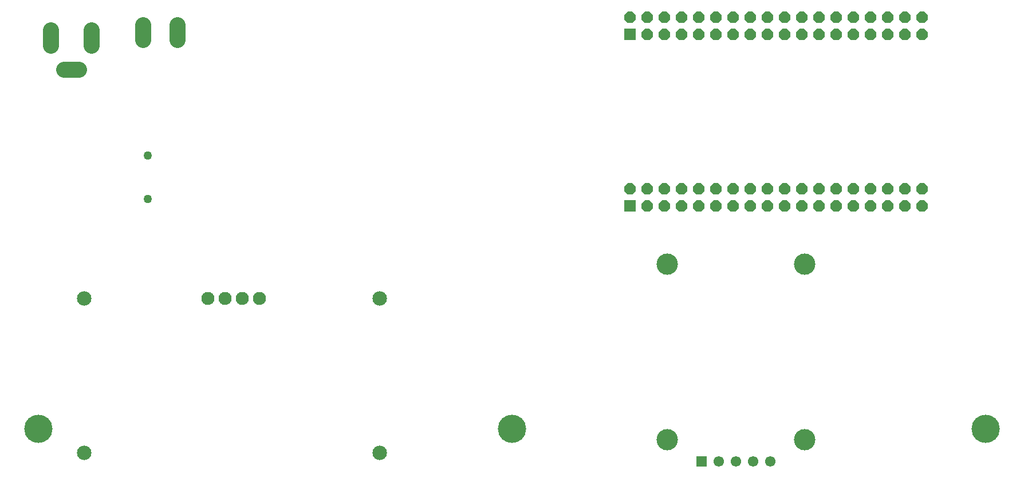
<source format=gbr>
G04 EAGLE Gerber RS-274X export*
G75*
%MOMM*%
%FSLAX34Y34*%
%LPD*%
%INSoldermask Bottom*%
%IPPOS*%
%AMOC8*
5,1,8,0,0,1.08239X$1,22.5*%
G01*
%ADD10C,2.152400*%
%ADD11C,1.930400*%
%ADD12C,1.272400*%
%ADD13C,2.392400*%
%ADD14C,0.914400*%
%ADD15R,1.552400X1.552400*%
%ADD16C,1.552400*%
%ADD17C,3.152400*%
%ADD18C,4.168400*%
%ADD19C,2.336800*%
%ADD20R,1.676400X1.676400*%
%ADD21P,1.814519X8X22.500000*%


D10*
X166360Y63500D03*
X603240Y63500D03*
X166360Y292100D03*
X603240Y292100D03*
D11*
X349240Y292100D03*
X374640Y292100D03*
X400040Y292100D03*
X425440Y292100D03*
D12*
X260600Y504000D03*
X260600Y439000D03*
D13*
X177800Y666400D02*
X177800Y688800D01*
X117800Y688800D02*
X117800Y666400D01*
X136600Y630600D02*
X159000Y630600D01*
D14*
X117800Y688014D03*
X117546Y667948D03*
X177744Y667948D03*
X177490Y688268D03*
X137104Y630864D03*
X157170Y630864D03*
D15*
X1079500Y50800D03*
D16*
X1104900Y50800D03*
X1130300Y50800D03*
X1155700Y50800D03*
D17*
X1028700Y82550D03*
X1231900Y82550D03*
X1231900Y342900D03*
X1028700Y342900D03*
D16*
X1181100Y50800D03*
D18*
X1499000Y99000D03*
X99000Y99000D03*
X799000Y99000D03*
D19*
X254000Y674878D02*
X254000Y696722D01*
X304800Y696722D02*
X304800Y674878D01*
D20*
X973500Y429000D03*
D21*
X973500Y454400D03*
X998900Y429000D03*
X998900Y454400D03*
X1024300Y429000D03*
X1024300Y454400D03*
X1049700Y429000D03*
X1049700Y454400D03*
X1075100Y429000D03*
X1075100Y454400D03*
X1100500Y429000D03*
X1100500Y454400D03*
X1125900Y429000D03*
X1125900Y454400D03*
X1151300Y429000D03*
X1151300Y454400D03*
X1176700Y429000D03*
X1176700Y454400D03*
X1202100Y429000D03*
X1202100Y454400D03*
X1227500Y429000D03*
X1227500Y454400D03*
X1252900Y429000D03*
X1252900Y454400D03*
X1278300Y429000D03*
X1278300Y454400D03*
X1303700Y429000D03*
X1303700Y454400D03*
X1329100Y429000D03*
X1329100Y454400D03*
X1354500Y429000D03*
X1354500Y454400D03*
X1379900Y429000D03*
X1379900Y454400D03*
X1405300Y429000D03*
X1405300Y454400D03*
D20*
X973500Y683000D03*
D21*
X973500Y708400D03*
X998900Y683000D03*
X998900Y708400D03*
X1024300Y683000D03*
X1024300Y708400D03*
X1049700Y683000D03*
X1049700Y708400D03*
X1075100Y683000D03*
X1075100Y708400D03*
X1100500Y683000D03*
X1100500Y708400D03*
X1125900Y683000D03*
X1125900Y708400D03*
X1151300Y683000D03*
X1151300Y708400D03*
X1176700Y683000D03*
X1176700Y708400D03*
X1202100Y683000D03*
X1202100Y708400D03*
X1227500Y683000D03*
X1227500Y708400D03*
X1252900Y683000D03*
X1252900Y708400D03*
X1278300Y683000D03*
X1278300Y708400D03*
X1303700Y683000D03*
X1303700Y708400D03*
X1329100Y683000D03*
X1329100Y708400D03*
X1354500Y683000D03*
X1354500Y708400D03*
X1379900Y683000D03*
X1379900Y708400D03*
X1405300Y683000D03*
X1405300Y708400D03*
M02*

</source>
